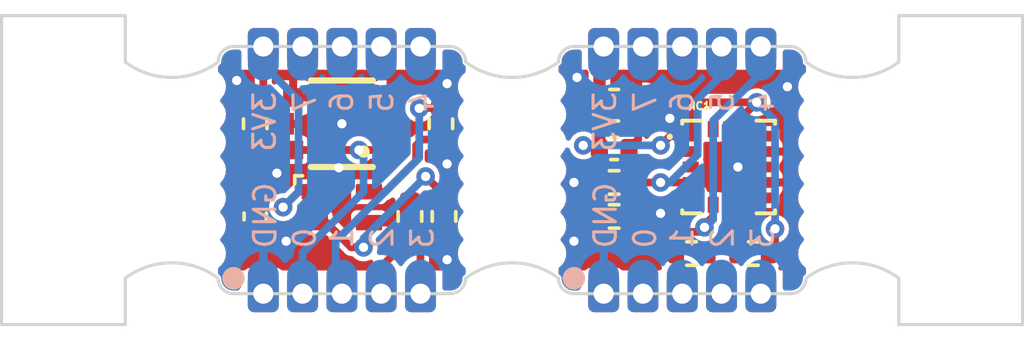
<source format=kicad_pcb>
(kicad_pcb (version 20211014) (generator pcbnew)
  (layers (0 "F.Cu" signal) (31 "B.Cu" signal) (34 "B.Paste" user) (35 "F.Paste" user) (36 "B.SilkS" user "B.Silkscreen") (37 "F.SilkS" user "F.Silkscreen") (38 "B.Mask" user) (39 "F.Mask" user) (44 "Edge.Cuts" user))
  (net 0 "")
  (net 1 "GNDA")
  (net 2 "/IO_0A")
  (net 3 "/VB")
  (net 4 "GNDB")
  (net 5 "/VA")
  (net 6 "Net-(D1-Pad2)")
  (net 7 "Net-(D1-Pad3)")
  (net 8 "Net-(D1-Pad4)")
  (net 11 "/IO_5B")
  (net 12 "/IO_1A")
  (net 13 "/IO_2A")
  (net 14 "/IO_3A")
  (net 15 "/IO_4A")
  (net 16 "/IO_5A")
  (net 17 "/IO_6A")
  (net 18 "/IO_7A")
  (net 19 "/IO_0B")
  (net 20 "/IO_1B")
  (net 21 "/IO_2B")
  (net 22 "/IO_3B")
  (net 23 "/IO_4B")
  (net 24 "/IO_6B")
  (net 25 "/IO_7B")
  (net 26 "Net-(IC1-Pad8)")
  (net 27 "Net-(IC1-Pad7)")
  (footprint "Capacitor_SMD:C_0402_1005Metric" (layer "F.Cu") (at 82.8 125.3)
    (fp_text reference "C3")
    (fp_text value "0.1uF")
    (fp_line (start -0.107836 0.36) (end 0.107836 0.36) (layer "F.SilkS") (width 0.12))
    (fp_line (start -0.107836 -0.36) (end 0.107836 -0.36) (layer "F.SilkS") (width 0.12))
    (pad "1" smd roundrect (at -0.48 0) (size 0.56 0.62) (layers "F.Cu" "F.Paste" "F.Mask") (net 3 "/VB"))
    (pad "2" smd roundrect (at 0.48 0) (size 0.56 0.62) (layers "F.Cu" "F.Paste" "F.Mask") (net 4 "GNDB"))
  )
  (footprint "Resistor_SMD:R_0402_1005Metric" (layer "F.Cu") (at 85.3 128.7)
    (fp_text reference "R8")
    (fp_text value "10k")
    (fp_line (start -0.153641 0.38) (end 0.153641 0.38) (layer "F.SilkS") (width 0.12))
    (fp_line (start -0.153641 -0.38) (end 0.153641 -0.38) (layer "F.SilkS") (width 0.12))
    (pad "1" smd roundrect (at -0.51 0) (size 0.54 0.64) (layers "F.Cu" "F.Paste" "F.Mask") (net 4 "GNDB"))
    (pad "2" smd roundrect (at 0.51 0) (size 0.54 0.64) (layers "F.Cu" "F.Paste" "F.Mask") (net 27 "Net-(IC1-Pad7)"))
  )
  (footprint "203-business-card:LED_APTF1616LSEEZGKQBKC" (layer "F.Cu") (at 74 127.2)
    (fp_text reference "D1" hide)
    (fp_text value "APTF1616LSEEZGKQBKC")
    (fp_line (start -1.524 -1.016) (end -1.27 -1.016) (layer "F.SilkS") (width 0.12))
    (fp_line (start -1.524 -0.762) (end -1.524 -1.016) (layer "F.SilkS") (width 0.12))
    (pad "1" smd roundrect (at -0.875 -0.5) (size 0.85 0.5) (layers "F.Cu" "F.Paste" "F.Mask") (roundrect_rratio 0.08) (net 5 "/VA"))
    (pad "2" smd roundrect (at 0.875 -0.5) (size 0.85 0.5) (layers "F.Cu" "F.Paste" "F.Mask") (roundrect_rratio 0.08) (net 6 "Net-(D1-Pad2)"))
    (pad "3" smd roundrect (at 0.875 0.5) (size 0.85 0.5) (layers "F.Cu" "F.Paste" "F.Mask") (roundrect_rratio 0.08) (net 7 "Net-(D1-Pad3)"))
    (pad "4" smd roundrect (at -0.875 0.5) (size 0.85 0.5) (layers "F.Cu" "F.Paste" "F.Mask") (roundrect_rratio 0.08) (net 8 "Net-(D1-Pad4)"))
  )
  (footprint "Resistor_SMD:R_0402_1005Metric" (layer "F.Cu") (at 76.2 127.5 90)
    (fp_text reference "R3")
    (fp_text value "330")
    (fp_line (start -0.153641 -0.38) (end 0.153641 -0.38) (layer "F.SilkS") (width 0.12))
    (fp_line (start -0.153641 0.38) (end 0.153641 0.38) (layer "F.SilkS") (width 0.12))
    (pad "1" smd roundrect (at -0.51 0 90) (size 0.54 0.64) (layers "F.Cu" "F.Paste" "F.Mask") (net 13 "/IO_2A"))
    (pad "2" smd roundrect (at 0.51 0 90) (size 0.54 0.64) (layers "F.Cu" "F.Paste" "F.Mask") (net 7 "Net-(D1-Pad3)"))
  )
  (footprint "Resistor_SMD:R_0402_1005Metric" (layer "F.Cu") (at 77.3 127.5 90)
    (fp_text reference "R4")
    (fp_text value "330")
    (fp_line (start -0.153641 0.38) (end 0.153641 0.38) (layer "F.SilkS") (width 0.12))
    (fp_line (start -0.153641 -0.38) (end 0.153641 -0.38) (layer "F.SilkS") (width 0.12))
    (pad "1" smd roundrect (at -0.51 0 90) (size 0.54 0.64) (layers "F.Cu" "F.Paste" "F.Mask") (net 14 "/IO_3A"))
    (pad "2" smd roundrect (at 0.51 0 90) (size 0.54 0.64) (layers "F.Cu" "F.Paste" "F.Mask") (net 8 "Net-(D1-Pad4)"))
  )
  (footprint "Resistor_SMD:R_0402_1005Metric" (layer "F.Cu") (at 77.2 124.5 -90)
    (fp_text reference "R2")
    (fp_text value "1k")
    (fp_line (start -0.153641 -0.38) (end 0.153641 -0.38) (layer "F.SilkS") (width 0.12))
    (fp_line (start -0.153641 0.38) (end 0.153641 0.38) (layer "F.SilkS") (width 0.12))
    (pad "1" smd roundrect (at -0.51 0 270) (size 0.54 0.64) (layers "F.Cu" "F.Paste" "F.Mask") (net 12 "/IO_1A"))
    (pad "2" smd roundrect (at 0.51 0 270) (size 0.54 0.64) (layers "F.Cu" "F.Paste" "F.Mask") (net 6 "Net-(D1-Pad2)"))
  )
  (footprint "203-business-card:LIS3DH" (layer "F.Cu") (at 86.5 125.9)
    (fp_text reference "IC1" (at -0.889108 -1.976639) (layer "F.SilkS") (effects (font (size 0.240029 0.240029))))
    (fp_text value "LIS3DH")
    (fp_line (start -1.5 1.4) (end -1.5 1.5) (layer "F.SilkS") (width 0.127))
    (fp_line (start -1.5 -1.5) (end -0.9 -1.5) (layer "F.SilkS") (width 0.127))
    (fp_line (start 1.5 1.5) (end 1.5 1.4) (layer "F.SilkS") (width 0.127))
    (fp_line (start -1.5 -1.4) (end -1.5 -1.5) (layer "F.SilkS") (width 0.127))
    (fp_line (start 0.9 -1.5) (end 1.5 -1.5) (layer "F.SilkS") (width 0.127))
    (fp_line (start -1.5 1.5) (end -0.9 1.5) (layer "F.SilkS") (width 0.127))
    (fp_line (start 0.9 1.5) (end 1.5 1.5) (layer "F.SilkS") (width 0.127))
    (fp_line (start 1.5 -1.5) (end 1.5 -1.4) (layer "F.SilkS") (width 0.127))
    (fp_circle (center -1.903 -0.98) (end -1.803 -0.98) (layer "F.SilkS") (width 0) (fill solid))
    (pad "1" smd rect (at -1.225 -1) (size 0.52 0.35) (layers "F.Cu" "F.Paste" "F.Mask") (net 3 "/VB"))
    (pad "2" smd rect (at -1.225 -0.5) (size 0.52 0.35) (layers "F.Cu" "F.Paste" "F.Mask"))
    (pad "3" smd rect (at -1.225 0) (size 0.52 0.35) (layers "F.Cu" "F.Paste" "F.Mask"))
    (pad "4" smd rect (at -1.225 0.5) (size 0.52 0.35) (layers "F.Cu" "F.Paste" "F.Mask") (net 11 "/IO_5B"))
    (pad "5" smd rect (at -1.225 1) (size 0.52 0.35) (layers "F.Cu" "F.Paste" "F.Mask") (net 4 "GNDB"))
    (pad "6" smd rect (at -0.5 1.225 90) (size 0.52 0.35) (layers "F.Cu" "F.Paste" "F.Mask") (net 23 "/IO_4B"))
    (pad "7" smd rect (at 0 1.225 90) (size 0.52 0.35) (layers "F.Cu" "F.Paste" "F.Mask") (net 27 "Net-(IC1-Pad7)"))
    (pad "8" smd rect (at 0.5 1.225 90) (size 0.52 0.35) (layers "F.Cu" "F.Paste" "F.Mask") (net 26 "Net-(IC1-Pad8)"))
    (pad "9" smd rect (at 1.225 1 180) (size 0.52 0.35) (layers "F.Cu" "F.Paste" "F.Mask"))
    (pad "10" smd rect (at 1.225 0.5 180) (size 0.52 0.35) (layers "F.Cu" "F.Paste" "F.Mask") (net 4 "GNDB"))
    (pad "11" smd rect (at 1.225 0 180) (size 0.52 0.35) (layers "F.Cu" "F.Paste" "F.Mask"))
    (pad "12" smd rect (at 1.225 -0.5 180) (size 0.52 0.35) (layers "F.Cu" "F.Paste" "F.Mask") (net 4 "GNDB"))
    (pad "13" smd rect (at 1.225 -1 180) (size 0.52 0.35) (layers "F.Cu" "F.Paste" "F.Mask"))
    (pad "14" smd rect (at 0.5 -1.225 90) (size 0.52 0.35) (layers "F.Cu" "F.Paste" "F.Mask") (net 3 "/VB"))
    (pad "15" smd rect (at 0 -1.225 90) (size 0.52 0.35) (layers "F.Cu" "F.Paste" "F.Mask"))
    (pad "16" smd rect (at -0.5 -1.225 90) (size 0.52 0.35) (layers "F.Cu" "F.Paste" "F.Mask"))
  )
  (footprint "204-pcb-wearable:STAMPHOLE" (layer "F.Cu") (at 89 130 90)
    (fp_text reference "REF**")
    (fp_text value "STAMPHOLE")
    (pad "" np_thru_hole circle locked (at 6.7 2.7 90) (size 0.6 0.6) (drill 0.6) (layers F&B.Cu *.Mask))
    (pad "" np_thru_hole circle locked (at 3.1 2.7 90) (size 0.6 0.6) (drill 0.6) (layers F&B.Cu *.Mask))
    (pad "" np_thru_hole circle locked (at 5.8 0.3 90) (size 0.6 0.6) (drill 0.6) (layers F&B.Cu *.Mask))
    (pad "" np_thru_hole circle locked (at 3.1 0.3 90) (size 0.6 0.6) (drill 0.6) (layers F&B.Cu *.Mask))
    (pad "" np_thru_hole circle locked (at 5.8 2.7 90) (size 0.6 0.6) (drill 0.6) (layers F&B.Cu *.Mask))
    (pad "" np_thru_hole circle locked (at 6.7 0.3 90) (size 0.6 0.6) (drill 0.6) (layers F&B.Cu *.Mask))
    (pad "" np_thru_hole circle locked (at 1.3 2.7 90) (size 0.6 0.6) (drill 0.6) (layers F&B.Cu *.Mask))
    (pad "" np_thru_hole circle locked (at 2.2 0.3 90) (size 0.6 0.6) (drill 0.6) (layers F&B.Cu *.Mask))
    (pad "" np_thru_hole circle locked (at 2.2 2.7 90) (size 0.6 0.6) (drill 0.6) (layers F&B.Cu *.Mask))
    (pad "" np_thru_hole circle locked (at 4 0.3 90) (size 0.6 0.6) (drill 0.6) (layers F&B.Cu *.Mask))
    (pad "" np_thru_hole circle locked (at 4.9 0.3 90) (size 0.6 0.6) (drill 0.6) (layers F&B.Cu *.Mask))
    (pad "" np_thru_hole circle locked (at 4.9 2.7 90) (size 0.6 0.6) (drill 0.6) (layers F&B.Cu *.Mask))
    (pad "" np_thru_hole circle locked (at 1.3 0.3 90) (size 0.6 0.6) (drill 0.6) (layers F&B.Cu *.Mask))
    (pad "" np_thru_hole circle locked (at 4 2.7 90) (size 0.6 0.6) (drill 0.6) (layers F&B.Cu *.Mask))
  )
  (footprint "Resistor_SMD:R_0402_1005Metric" (layer "F.Cu") (at 87.3 128.7)
    (fp_text reference "R6")
    (fp_text value "10k")
    (fp_line (start -0.153641 -0.38) (end 0.153641 -0.38) (layer "F.SilkS") (width 0.12))
    (fp_line (start -0.153641 0.38) (end 0.153641 0.38) (layer "F.SilkS") (width 0.12))
    (pad "1" smd roundrect (at -0.51 0) (size 0.54 0.64) (layers "F.Cu" "F.Paste" "F.Mask") (net 26 "Net-(IC1-Pad8)"))
    (pad "2" smd roundrect (at 0.51 0) (size 0.54 0.64) (layers "F.Cu" "F.Paste" "F.Mask") (net 3 "/VB"))
  )
  (footprint "203-business-card:hachi-8080-10pin-castle" (layer "F.Cu") (at 85 126 90)
    (fp_text reference "J2")
    (fp_text value "pin_0205_CCW")
    (fp_text user "4" (at 2.6 2.6 90 unlocked) (layer "B.SilkS") (effects (font (size 0.7 0.7) (thickness 0.1)) (justify left mirror)))
    (fp_text user "0" (at -2.6 -1.2 90 unlocked) (layer "B.SilkS") (effects (font (size 0.7 0.7) (thickness 0.1)) (justify right mirror)))
    (fp_text user "3V3" (at 2.6 -2.5 90 unlocked) (layer "B.SilkS") (effects (font (size 0.7 0.7) (thickness 0.1)) (justify left mirror)))
    (fp_text user "1" (at -2.6 0 90 unlocked) (layer "B.SilkS") (effects (font (size 0.7 0.7) (thickness 0.1)) (justify right mirror)))
    (fp_text user "GND" (at -2.6 -2.4796 90 unlocked) (layer "B.SilkS") (effects (font (size 0.7 0.7) (thickness 0.1)) (justify right mirror)))
    (fp_text user "2" (at -2.6 1.3 90 unlocked) (layer "B.SilkS") (effects (font (size 0.7 0.7) (thickness 0.1)) (justify right mirror)))
    (fp_text user "5" (at 2.6 1.3 90 unlocked) (layer "B.SilkS") (effects (font (size 0.7 0.7) (thickness 0.1)) (justify left mirror)))
    (fp_text user "3" (at -2.6 2.6 90 unlocked) (layer "B.SilkS") (effects (font (size 0.7 0.7) (thickness 0.1)) (justify right mirror)))
    (fp_text user "6" (at 2.6 0 90 unlocked) (layer "B.SilkS") (effects (font (size 0.7 0.7) (thickness 0.1)) (justify left mirror)))
    (fp_text user "7" (at 2.6 -1.2 90 unlocked) (layer "B.SilkS") (effects (font (size 0.7 0.7) (thickness 0.1)) (justify left mirror)))
    (fp_circle (center -3.5 -3.5) (end -3.2 -3.5) (layer "B.SilkS") (width 0.12) (fill solid))
    (fp_circle (center -3.5 -3.5) (end -3.2 -3.5) (layer "F.SilkS") (width 0.12) (fill solid))
    (pad "1" thru_hole roundrect (at -4 -2.54 90) (size 1.2 1) (drill 0.65) (property pad_prop_castellated) (layers *.Mask "F.Cu" "In1.Cu" "B.Cu") (roundrect_rratio 0.2) (chamfer_ratio 0.2) (chamfer) (net 4 "GNDB"))
    (pad "1" smd oval (at -4 -2.54 90) (size 1.6 1) (drill (offset 0.3 0)) (layers "B.Cu" "B.Mask") (net 4 "GNDB"))
    (pad "2" thru_hole roundrect (at -4 -1.27 90) (size 1.2 1) (drill 0.65) (property pad_prop_castellated) (layers *.Mask "F.Cu" "In1.Cu" "B.Cu") (roundrect_rratio 0.2) (chamfer_ratio 0.2) (chamfer) (net 19 "/IO_0B"))
    (pad "2" smd oval (at -4 -1.27 90) (size 1.6 1) (drill (offset 0.3 0)) (layers "B.Cu" "B.Mask") (net 19 "/IO_0B"))
    (pad "3" thru_hole roundrect (at -4 0 90) (size 1.2 1) (drill 0.65) (property pad_prop_castellated) (layers *.Mask "F.Cu" "In1.Cu" "B.Cu") (roundrect_rratio 0.2) (chamfer_ratio 0.2) (chamfer) (net 20 "/IO_1B"))
    (pad "3" smd oval (at -4 0 90) (size 1.6 1) (drill (offset 0.3 0)) (layers "B.Cu" "B.Mask") (net 20 "/IO_1B"))
    (pad "4" thru_hole roundrect (at -4 1.27 90) (size 1.2 1) (drill 0.65) (property pad_prop_castellated) (layers *.Cu *.Mask) (roundrect_rratio 0.2) (chamfer_ratio 0.2) (chamfer) (net 21 "/IO_2B"))
    (pad "4" smd oval (at -4 1.27 90) (size 1.6 1) (drill (offset 0.3 0)) (layers "B.Cu" "B.Mask") (net 21 "/IO_2B"))
    (pad "5" thru_hole roundrect (at -4 2.54 90) (size 1.2 1) (drill 0.65) (property pad_prop_castellated) (layers *.Cu *.Mask) (roundrect_rratio 0.2) (chamfer_ratio 0.2) (chamfer) (net 22 "/IO_3B"))
    (pad "5" smd oval (at -4 2.54 90) (size 1.6 1) (drill (offset 0.3 0)) (layers "B.Cu" "B.Mask") (net 22 "/IO_3B"))
    (pad "6" smd oval (at 3.4 2.54 90) (size 1.6 1) (drill (offset 0.3 0)) (layers "B.Cu" "B.Mask") (net 23 "/IO_4B"))
    (pad "6" thru_hole roundrect (at 4 2.54 90) (size 1.2 1) (drill 0.65) (property pad_prop_castellated) (layers *.Mask "F.Cu" "In1.Cu" "B.Cu") (roundrect_rratio 0.2) (chamfer_ratio 0.2) (chamfer) (net 23 "/IO_4B"))
    (pad "7" thru_hole roundrect (at 4 1.27 90) (size 1.2 1) (drill 0.65) (property pad_prop_castellated) (layers *.Mask "F.Cu" "In1.Cu" "B.Cu") (roundrect_rratio 0.2) (chamfer_ratio 0.2) (chamfer) (net 11 "/IO_5B"))
    (pad "7" smd oval (at 3.4 1.27 90) (size 1.6 1) (drill (offset 0.3 0)) (layers "B.Cu" "B.Mask") (net 11 "/IO_5B"))
    (pad "8" thru_hole roundrect (at 4 0 90) (size 1.2 1) (drill 0.65) (property pad_prop_castellated) (layers *.Mask "F.Cu" "In1.Cu" "B.Cu") (roundrect_rratio 0.2) (chamfer_ratio 0.2) (chamfer) (net 24 "/IO_6B"))
    (pad "8" smd oval (at 3.4 0 90) (size 1.6 1) (drill (offset 0.3 0)) (layers "B.Cu" "B.Mask") (net 24 "/IO_6B"))
    (pad "9" thru_hole roundrect (at 4 -1.27 90) (size 1.2 1) (drill 0.65) (property pad_prop_castellated) (layers *.Mask "F.Cu" "In1.Cu" "B.Cu") (roundrect_rratio 0.2) (chamfer_ratio 0.2) (chamfer) (net 25 "/IO_7B"))
    (pad "9" smd oval (at 3.4 -1.27 90) (size 1.6 1) (drill (offset 0.3 0)) (layers "B.Cu" "B.Mask") (net 25 "/IO_7B"))
    (pad "10" thru_hole roundrect (at 4 -2.54 90) (size 1.2 1) (drill 0.65) (property pad_prop_castellated) (layers *.Cu *.Mask) (roundrect_rratio 0.2) (chamfer_ratio 0.2) (chamfer) (net 3 "/VB"))
    (pad "10" smd oval (at 3.4 -2.54 90) (size 1.6 1) (drill (offset 0.3 0)) (layers "B.Cu" "B.Mask") (net 3 "/VB"))
  )
  (footprint "204-pcb-wearable:STAMPHOLE" (layer "F.Cu") (at 78 130 90)
    (fp_text reference "REF**")
    (fp_text value "STAMPHOLE")
    (pad "" np_thru_hole circle locked (at 4 2.7 90) (size 0.6 0.6) (drill 0.6) (layers *.Cu *.Mask))
    (pad "" np_thru_hole circle locked (at 3.1 0.3 90) (size 0.6 0.6) (drill 0.6) (layers *.Cu *.Mask))
    (pad "" np_thru_hole circle locked (at 6.7 2.7 90) (size 0.6 0.6) (drill 0.6) (layers *.Cu *.Mask))
    (pad "" np_thru_hole circle locked (at 1.3 2.7 90) (size 0.6 0.6) (drill 0.6) (layers *.Cu *.Mask))
    (pad "" np_thru_hole circle locked (at 5.8 2.7 90) (size 0.6 0.6) (drill 0.6) (layers *.Cu *.Mask))
    (pad "" np_thru_hole circle locked (at 4.9 2.7 90) (size 0.6 0.6) (drill 0.6) (layers *.Cu *.Mask))
    (pad "" np_thru_hole circle locked (at 3.1 2.7 90) (size 0.6 0.6) (drill 0.6) (layers *.Cu *.Mask))
    (pad "" np_thru_hole circle locked (at 4 0.3 90) (size 0.6 0.6) (drill 0.6) (layers *.Cu *.Mask))
    (pad "" np_thru_hole circle locked (at 6.7 0.3 90) (size 0.6 0.6) (drill 0.6) (layers *.Cu *.Mask))
    (pad "" np_thru_hole circle locked (at 4.9 0.3 90) (size 0.6 0.6) (drill 0.6) (layers *.Cu *.Mask))
    (pad "" np_thru_hole circle locked (at 1.3 0.3 90) (size 0.6 0.6) (drill 0.6) (layers *.Cu *.Mask))
    (pad "" np_thru_hole circle locked (at 2.2 0.3 90) (size 0.6 0.6) (drill 0.6) (layers *.Cu *.Mask))
    (pad "" np_thru_hole circle locked (at 2.2 2.7 90) (size 0.6 0.6) (drill 0.6) (layers *.Cu *.Mask))
    (pad "" np_thru_hole circle locked (at 5.8 0.3 90) (size 0.6 0.6) (drill 0.6) (layers *.Cu *.Mask))
  )
  (footprint "Resistor_SMD:R_0402_1005Metric" (layer "F.Cu") (at 82.8 126.4)
    (fp_text reference "R7")
    (fp_text value "10k")
    (fp_line (start -0.153641 -0.38) (end 0.153641 -0.38) (layer "F.SilkS") (width 0.12))
    (fp_line (start -0.153641 0.38) (end 0.153641 0.38) (layer "F.SilkS") (width 0.12))
    (pad "1" smd roundrect (at -0.51 0) (size 0.54 0.64) (layers "F.Cu" "F.Paste" "F.Mask") (net 3 "/VB"))
    (pad "2" smd roundrect (at 0.51 0) (size 0.54 0.64) (layers "F.Cu" "F.Paste" "F.Mask") (net 11 "/IO_5B"))
  )
  (footprint "204-pcb-wearable:STAMPHOLE" (layer "F.Cu") (at 67 130 90)
    (fp_text reference "REF**")
    (fp_text value "STAMPHOLE")
    (pad "" np_thru_hole circle locked (at 5.8 2.7 90) (size 0.6 0.6) (drill 0.6) (layers F&B.Cu *.Mask))
    (pad "" np_thru_hole circle locked (at 6.7 2.7 90) (size 0.6 0.6) (drill 0.6) (layers F&B.Cu *.Mask))
    (pad "" np_thru_hole circle locked (at 4.9 0.3 90) (size 0.6 0.6) (drill 0.6) (layers F&B.Cu *.Mask))
    (pad "" np_thru_hole circle locked (at 3.1 0.3 90) (size 0.6 0.6) (drill 0.6) (layers F&B.Cu *.Mask))
    (pad "" np_thru_hole circle locked (at 1.3 2.7 90) (size 0.6 0.6) (drill 0.6) (layers F&B.Cu *.Mask))
    (pad "" np_thru_hole circle locked (at 3.1 2.7 90) (size 0.6 0.6) (drill 0.6) (layers F&B.Cu *.Mask))
    (pad "" np_thru_hole circle locked (at 2.2 2.7 90) (size 0.6 0.6) (drill 0.6) (layers F&B.Cu *.Mask))
    (pad "" np_thru_hole circle locked (at 6.7 0.3 90) (size 0.6 0.6) (drill 0.6) (layers F&B.Cu *.Mask))
    (pad "" np_thru_hole circle locked (at 5.8 0.3 90) (size 0.6 0.6) (drill 0.6) (layers F&B.Cu *.Mask))
    (pad "" np_thru_hole circle locked (at 4 2.7 90) (size 0.6 0.6) (drill 0.6) (layers F&B.Cu *.Mask))
    (pad "" np_thru_hole circle locked (at 4 0.3 90) (size 0.6 0.6) (drill 0.6) (layers F&B.Cu *.Mask))
    (pad "" np_thru_hole circle locked (at 4.9 2.7 90) (size 0.6 0.6) (drill 0.6) (layers F&B.Cu *.Mask))
    (pad "" np_thru_hole circle locked (at 2.2 0.3 90) (size 0.6 0.6) (drill 0.6) (layers F&B.Cu *.Mask))
    (pad "" np_thru_hole circle locked (at 1.3 0.3 90) (size 0.6 0.6) (drill 0.6) (layers F&B.Cu *.Mask))
  )
  (footprint "203-business-card:435151014846" (layer "F.Cu") (at 74 124.5 180)
    (fp_text reference "SW1")
    (fp_text value "435151014846-SW")
    (fp_line (start -1 -1.4) (end 1 -1.4) (layer "F.SilkS") (width 0.2))
    (fp_line (start -1 1.4) (end 1 1.4) (layer "F.SilkS") (width 0.2))
    (fp_circle (center -0.7 -0.9) (end -0.6 -0.9) (layer "F.SilkS") (width 0.2) (fill none))
    (pad "1" smd rect (at -1.575 -0.85 180) (size 0.65 0.6) (layers "F.Cu" "F.Paste" "F.Mask") (net 2 "/IO_0A"))
    (pad "2" smd rect (at 1.575 -0.85 180) (size 0.65 0.6) (layers "F.Cu" "F.Paste" "F.Mask") (net 2 "/IO_0A"))
    (pad "3" smd rect (at -1.575 0.85 180) (size 0.65 0.6) (layers "F.Cu" "F.Paste" "F.Mask") (net 1 "GNDA"))
    (pad "4" smd rect (at 1.575 0.85 180) (size 0.65 0.6) (layers "F.Cu" "F.Paste" "F.Mask") (net 1 "GNDA"))
    (pad "5" smd rect (at -1.725 0 180) (size 0.35 0.7) (layers "F.Cu" "F.Paste" "F.Mask") (net 1 "GNDA"))
    (pad "6" smd rect (at 1.725 0 180) (size 0.35 0.7) (layers "F.Cu" "F.Paste" "F.Mask") (net 1 "GNDA"))
  )
  (footprint "Resistor_SMD:R_0402_1005Metric" (layer "F.Cu") (at 82.8 127.5)
    (fp_text reference "R5")
    (fp_text value "10k")
    (fp_line (start -0.153641 0.38) (end 0.153641 0.38) (layer "F.SilkS") (width 0.12))
    (fp_line (start -0.153641 -0.38) (end 0.153641 -0.38) (layer "F.SilkS") (width 0.12))
    (pad "1" smd roundrect (at -0.51 0) (size 0.54 0.64) (layers "F.Cu" "F.Paste" "F.Mask") (net 3 "/VB"))
    (pad "2" smd roundrect (at 0.51 0) (size 0.54 0.64) (layers "F.Cu" "F.Paste" "F.Mask") (net 23 "/IO_4B"))
  )
  (footprint "Resistor_SMD:R_0402_1005Metric" (layer "F.Cu") (at 71.2 124.5 -90)
    (fp_text reference "R1")
    (fp_text value "10k")
    (fp_line (start -0.153641 -0.38) (end 0.153641 -0.38) (layer "F.SilkS") (width 0.12))
    (fp_line (start -0.153641 0.38) (end 0.153641 0.38) (layer "F.SilkS") (width 0.12))
    (pad "1" smd roundrect (at -0.51 0 270) (size 0.54 0.64) (layers "F.Cu" "F.Paste" "F.Mask") (net 5 "/VA"))
    (pad "2" smd roundrect (at 0.51 0 270) (size 0.54 0.64) (layers "F.Cu" "F.Paste" "F.Mask") (net 2 "/IO_0A"))
  )
  (footprint "Capacitor_SMD:C_0402_1005Metric" (layer "F.Cu") (at 71.2 127.5 90)
    (fp_text reference "C1")
    (fp_text value "0.1uF")
    (fp_line (start -0.107836 0.36) (end 0.107836 0.36) (layer "F.SilkS") (width 0.12))
    (fp_line (start -0.107836 -0.36) (end 0.107836 -0.36) (layer "F.SilkS") (width 0.12))
    (pad "1" smd roundrect (at -0.48 0 90) (size 0.56 0.62) (layers "F.Cu" "F.Paste" "F.Mask") (net 1 "GNDA"))
    (pad "2" smd roundrect (at 0.48 0 90) (size 0.56 0.62) (layers "F.Cu" "F.Paste" "F.Mask") (net 2 "/IO_0A"))
  )
  (footprint "203-business-card:hachi-8080-10pin-castle" (layer "F.Cu") (at 74 126 90)
    (fp_text reference "J1")
    (fp_text value "pin_0205_CCW")
    (fp_text user "GND" (at -2.6 -2.4796 90 unlocked) (layer "B.SilkS") (effects (font (size 0.7 0.7) (thickness 0.1)) (justify right mirror)))
    (fp_text user "0" (at -2.6 -1.2 90 unlocked) (layer "B.SilkS") (effects (font (size 0.7 0.7) (thickness 0.1)) (justify right mirror)))
    (fp_text user "3" (at -2.6 2.6 90 unlocked) (layer "B.SilkS") (effects (font (size 0.7 0.7) (thickness 0.1)) (justify right mirror)))
    (fp_text user "3V3" (at 2.6 -2.5 90 unlocked) (layer "B.SilkS") (effects (font (size 0.7 0.7) (thickness 0.1)) (justify left mirror)))
    (fp_text user "1" (at -2.6 0 90 unlocked) (layer "B.SilkS") (effects (font (size 0.7 0.7) (thickness 0.1)) (justify right mirror)))
    (fp_text user "4" (at 2.6 2.6 90 unlocked) (layer "B.SilkS") (effects (font (size 0.7 0.7) (thickness 0.1)) (justify left mirror)))
    (fp_text user "7" (at 2.6 -1.2 90 unlocked) (layer "B.SilkS") (effects (font (size 0.7 0.7) (thickness 0.1)) (justify left mirror)))
    (fp_text user "6" (at 2.6 0 90 unlocked) (layer "B.SilkS") (effects (font (size 0.7 0.7) (thickness 0.1)) (justify left mirror)))
    (fp_text user "2" (at -2.6 1.3 90 unlocked) (layer "B.SilkS") (effects (font (size 0.7 0.7) (thickness 0.1)) (justify right mirror)))
    (fp_text user "5" (at 2.6 1.3 90 unlocked) (layer "B.SilkS") (effects (font (size 0.7 0.7) (thickness 0.1)) (justify left mirror)))
    (fp_circle (center -3.5 -3.5) (end -3.2 -3.5) (layer "B.SilkS") (width 0.12) (fill solid))
    (fp_circle (center -3.5 -3.5) (end -3.2 -3.5) (layer "F.SilkS") (width 0.12) (fill solid))
    (pad "1" smd oval (at -4 -2.54 90) (size 1.6 1) (drill (offset 0.3 0)) (layers "B.Cu" "B.Mask") (net 1 "GNDA"))
    (pad "1" thru_hole roundrect (at -4 -2.54 90) (size 1.2 1) (drill 0.65) (property pad_prop_castellated) (layers *.Mask "F.Cu" "In1.Cu" "B.Cu") (roundrect_rratio 0.2) (chamfer_ratio 0.2) (chamfer) (net 1 "GNDA"))
    (pad "2" thru_hole roundrect (at -4 -1.27 90) (size 1.2 1) (drill 0.65) (property pad_prop_castellated) (layers *.Mask "F.Cu" "In1.Cu" "B.Cu") (roundrect_rratio 0.2) (chamfer_ratio 0.2) (chamfer) (net 2 "/IO_0A"))
    (pad "2" smd oval (at -4 -1.27 90) (size 1.6 1) (drill (offset 0.3 0)) (layers "B.Cu" "B.Mask") (net 2 "/IO_0A"))
    (pad "3" thru_hole roundrect (at -4 0 90) (size 1.2 1) (drill 0.65) (property pad_prop_castellated) (layers *.Mask "F.Cu" "In1.Cu" "B.Cu") (roundrect_rratio 0.2) (chamfer_ratio 0.2) (chamfer) (net 12 "/IO_1A"))
    (pad "3" smd oval (at -4 0 90) (size 1.6 1) (drill (offset 0.3 0)) (layers "B.Cu" "B.Mask") (net 12 "/IO_1A"))
    (pad "4" thru_hole roundrect (at -4 1.27 90) (size 1.2 1) (drill 0.65) (property pad_prop_castellated) (layers *.Cu *.Mask) (roundrect_rratio 0.2) (chamfer_ratio 0.2) (chamfer) (net 13 "/IO_2A"))
    (pad "4" smd oval (at -4 1.27 90) (size 1.6 1) (drill (offset 0.3 0)) (layers "B.Cu" "B.Mask") (net 13 "/IO_2A"))
    (pad "5" thru_hole roundrect (at -4 2.54 90) (size 1.2 1) (drill 0.65) (property pad_prop_castellated) (layers *.Cu *.Mask) (roundrect_rratio 0.2) (chamfer_ratio 0.2) (chamfer) (net 14 "/IO_3A"))
    (pad "5" smd oval (at -4 2.54 90) (size 1.6 1) (drill (offset 0.3 0)) (layers "B.Cu" "B.Mask") (net 14 "/IO_3A"))
    (pad "6" smd oval (at 3.4 2.54 90) (size 1.6 1) (drill (offset 0.3 0)) (layers "B.Cu" "B.Mask") (net 15 "/IO_4A"))
    (pad "6" thru_hole roundrect (at 4 2.54 90) (size 1.2 1) (drill 0.65) (property pad_prop_castellated) (layers *.Mask "F.Cu" "In1.Cu" "B.Cu") (roundrect_rratio 0.2) (chamfer_ratio 0.2) (chamfer) (net 15 "/IO_4A"))
    (pad "7" smd oval (at 3.4 1.27 90) (size 1.6 1) (drill (offset 0.3 0)) (layers "B.Cu" "B.Mask") (net 16 "/IO_5A"))
    (pad "7" thru_hole roundrect (at 4 1.27 90) (size 1.2 1) (drill 0.65) (property pad_prop_castellated) (layers *.Mask "F.Cu" "In1.Cu" "B.Cu") (roundrect_rratio 0.2) (chamfer_ratio 0.2) (chamfer) (net 16 "/IO_5A"))
    (pad "8" smd oval (at 3.4 0 90) (size 1.6 1) (drill (offset 0.3 0)) (layers "B.Cu" "B.Mask") (net 17 "/IO_6A"))
    (pad "8" thru_hole roundrect (at 4 0 90) (size 1.2 1) (drill 0.65) (property pad_prop_castellated) (layers *.Mask "F.Cu" "In1.Cu" "B.Cu") (roundrect_rratio 0.2) (chamfer_ratio 0.2) (chamfer) (net 17 "/IO_6A"))
    (pad "9" thru_hole roundrect (at 4 -1.27 90) (size 1.2 1) (drill 0.65) (property pad_prop_castellated) (layers *.Mask "F.Cu" "In1.Cu" "B.Cu") (roundrect_rratio 0.2) (chamfer_ratio 0.2) (chamfer) (net 18 "/IO_7A"))
    (pad "9" smd oval (at 3.4 -1.27 90) (size 1.6 1) (drill (offset 0.3 0)) (layers "B.Cu" "B.Mask") (net 18 "/IO_7A"))
    (pad "10" thru_hole roundrect (at 4 -2.54 90) (size 1.2 1) (drill 0.65) (property pad_prop_castellated) (layers *.Cu *.Mask) (roundrect_rratio 0.2) (chamfer_ratio 0.2) (chamfer) (net 5 "/VA"))
    (pad "10" smd oval (at 3.4 -2.54 90) (size 1.6 1) (drill (offset 0.3 0)) (layers "B.Cu" "B.Mask") (net 5 "/VA"))
  )
  (footprint "Capacitor_SMD:C_0603_1608Metric" (layer "F.Cu") (at 82.8 123.9)
    (fp_text reference "C2")
    (fp_text value "10uF")
    (fp_line (start -0.14058 -0.51) (end 0.14058 -0.51) (layer "F.SilkS") (width 0.12))
    (fp_line (start -0.14058 0.51) (end 0.14058 0.51) (layer "F.SilkS") (width 0.12))
    (pad "1" smd roundrect (at -0.775 0) (size 0.9 0.95) (layers "F.Cu" "F.Paste" "F.Mask") (net 3 "/VB"))
    (pad "2" smd roundrect (at 0.775 0) (size 0.9 0.95) (layers "F.Cu" "F.Paste" "F.Mask") (net 4 "GNDB"))
  )
  (gr_line (start 70.5 130) (end 77.5 130) (layer "Edge.Cuts") (width 0.1))
  (gr_arc (start 78 129.5) (mid 77.853553 129.853553) (end 77.5 130) (layer "Edge.Cuts") (width 0.1))
  (gr_line (start 88.5 122) (end 81.5 122) (layer "Edge.Cuts") (width 0.1))
  (gr_arc (start 89 129.5) (mid 88.853553 129.853553) (end 88.5 130) (layer "Edge.Cuts") (width 0.1))
  (gr_line (start 96 121) (end 96 131) (layer "Edge.Cuts") (width 0.1))
  (gr_arc (start 70.5 130) (mid 70.146447 129.853553) (end 70 129.5) (layer "Edge.Cuts") (width 0.1))
  (gr_arc (start 67 129.5) (mid 68.5 129) (end 70 129.5) (layer "Edge.Cuts") (width 0.1))
  (gr_arc (start 81 122.5) (mid 79.5 123) (end 78 122.5) (layer "Edge.Cuts") (width 0.1))
  (gr_arc (start 81.5 130) (mid 81.146447 129.853553) (end 81 129.5) (layer "Edge.Cuts") (width 0.1))
  (gr_line (start 67 129.5) (end 67 131) (layer "Edge.Cuts") (width 0.1))
  (gr_arc (start 70 122.5) (mid 70.146447 122.146447) (end 70.5 122) (layer "Edge.Cuts") (width 0.1))
  (gr_line (start 63 131) (end 63 121) (layer "Edge.Cuts") (width 0.1))
  (gr_line (start 63 121) (end 67 121) (layer "Edge.Cuts") (width 0.1))
  (gr_line (start 92 122.5) (end 92 121) (layer "Edge.Cuts") (width 0.1))
  (gr_line (start 81.5 130) (end 88.5 130) (layer "Edge.Cuts") (width 0.1))
  (gr_arc (start 88.5 122) (mid 88.853553 122.146447) (end 89 122.5) (layer "Edge.Cuts") (width 0.1))
  (gr_arc (start 78 129.5) (mid 79.5 129) (end 81 129.5) (layer "Edge.Cuts") (width 0.1))
  (gr_line (start 96 131) (end 92 131) (layer "Edge.Cuts") (width 0.1))
  (gr_line (start 63 131) (end 67 131) (layer "Edge.Cuts") (width 0.1))
  (gr_arc (start 70 122.5) (mid 68.5 123) (end 67 122.5) (layer "Edge.Cuts") (width 0.1))
  (gr_line (start 96 121) (end 92 121) (layer "Edge.Cuts") (width 0.1))
  (gr_arc (start 81 122.5) (mid 81.146447 122.146447) (end 81.5 122) (layer "Edge.Cuts") (width 0.1))
  (gr_arc (start 92 122.5) (mid 90.5 123) (end 89 122.5) (layer "Edge.Cuts") (width 0.1))
  (gr_arc (start 77.5 122) (mid 77.853553 122.146447) (end 78 122.5) (layer "Edge.Cuts") (width 0.1))
  (gr_line (start 77.5 122) (end 70.5 122) (layer "Edge.Cuts") (width 0.1))
  (gr_line (start 92 131) (end 92 129.5) (layer "Edge.Cuts") (width 0.1))
  (gr_arc (start 89 129.5) (mid 90.5 129) (end 92 129.5) (layer "Edge.Cuts") (width 0.1))
  (gr_line (start 67 121) (end 67 122.5) (layer "Edge.Cuts") (width 0.1))
  (via (at 77.4 123.2) (size 0.6) (drill 0.3) (layers "F.Cu" "B.Cu") (net 1))
  (via (at 77.4 128.9) (size 0.6) (drill 0.3) (layers "F.Cu" "B.Cu") (net 1))
  (via (at 77.4 125.8) (size 0.6) (drill 0.3) (layers "F.Cu" "B.Cu") (net 1))
  (via (at 74 124.5) (size 0.6) (drill 0.3) (layers "F.Cu" "B.Cu") (net 1))
  (via (at 70.6 123.1) (size 0.6) (drill 0.3) (layers "F.Cu" "B.Cu") (net 1))
  (via (at 73.9 125.9245) (size 0.6) (drill 0.3) (layers "F.Cu" "B.Cu") (net 1))
  (via (at 72.2 128.3) (size 0.6) (drill 0.3) (layers "F.Cu" "B.Cu") (net 1))
  (via (at 71.9 126.1) (size 0.6) (drill 0.3) (layers "F.Cu" "B.Cu") (net 1))
  (segment (start 71.2 125.3) (end 71.2 127.02) (width 0.25) (layer "F.Cu") (net 2))
  (segment (start 72.425 125.35) (end 72.25 125.525) (width 0.25) (layer "F.Cu") (net 2))
  (segment (start 71.2 125.01) (end 71.2 125.3) (width 0.25) (layer "F.Cu") (net 2))
  (segment (start 73.65 125.35) (end 72.425 125.35) (width 0.25) (layer "F.Cu") (net 2))
  (segment (start 71.2 125.525) (end 71.2 125.3) (width 0.25) (layer "F.Cu") (net 2))
  (segment (start 75.575 125.35) (end 73.65 125.35) (width 0.25) (layer "F.Cu") (net 2))
  (segment (start 74.55 125.35) (end 73.65 125.35) (width 0.25) (layer "F.Cu") (net 2))
  (segment (start 72.25 125.525) (end 71.2 125.525) (width 0.25) (layer "F.Cu") (net 2))
  (via (at 74.55 125.35) (size 0.6) (drill 0.3) (layers "F.Cu" "B.Cu") (net 2))
  (segment (start 74.55 125.35) (end 74.7 125.5) (width 0.25) (layer "B.Cu") (net 2))
  (segment (start 74.7 126.7) (end 72.73 128.67) (width 0.25) (layer "B.Cu") (net 2))
  (segment (start 72.73 128.67) (end 72.73 130) (width 0.25) (layer "B.Cu") (net 2))
  (segment (start 74.7 125.5) (end 74.7 126.7) (width 0.25) (layer "B.Cu") (net 2))
  (segment (start 82.29 125.33) (end 82.32 125.3) (width 0.4) (layer "F.Cu") (net 3))
  (segment (start 87.406233 123.806233) (end 85.693767 123.806233) (width 0.25) (layer "F.Cu") (net 3))
  (segment (start 82.29 127.5) (end 82.29 126.4) (width 0.4) (layer "F.Cu") (net 3))
  (segment (start 84.6 124.9) (end 85.275 124.9) (width 0.25) (layer "F.Cu") (net 3))
  (segment (start 82.22 125.2) (end 82.32 125.3) (width 0.25) (layer "F.Cu") (net 3))
  (segment (start 87.406233 123.806233) (end 87 124.212466) (width 0.25) (layer "F.Cu") (net 3))
  (segment (start 82.29 126.4) (end 82.29 125.33) (width 0.4) (layer "F.Cu") (net 3))
  (segment (start 88 128.51) (end 87.81 128.7) (width 0.25) (layer "F.Cu") (net 3))
  (segment (start 85.693767 123.806233) (end 85.275 124.225) (width 0.25) (layer "F.Cu") (net 3))
  (segment (start 84.3 125.2) (end 84.6 124.9) (width 0.25) (layer "F.Cu") (net 3))
  (segment (start 81.8 125.2) (end 82.22 125.2) (width 0.25) (layer "F.Cu") (net 3))
  (segment (start 82.325 122.135) (end 82.46 122) (width 0.4) (layer "F.Cu") (net 3))
  (segment (start 88 127.9) (end 88 128.51) (width 0.25) (layer "F.Cu") (net 3))
  (segment (start 85.275 124.225) (end 85.275 124.9) (width 0.25) (layer "F.Cu") (net 3))
  (segment (start 82.32 124.195) (end 82.025 123.9) (width 0.4) (layer "F.Cu") (net 3))
  (segment (start 87 124.212466) (end 87 124.675) (width 0.25) (layer "F.Cu") (net 3))
  (segment (start 82.325 123.9) (end 82.325 122.135) (width 0.4) (layer "F.Cu") (net 3))
  (segment (start 82.32 125.3) (end 82.32 124.195) (width 0.4) (layer "F.Cu") (net 3))
  (via (at 84.3 125.2) (size 0.6) (drill 0.3) (layers "F.Cu" "B.Cu") (net 3))
  (via (at 81.8 125.2) (size 0.6) (drill 0.3) (layers "F.Cu" "B.Cu") (net 3))
  (via (at 88 127.9) (size 0.6) (drill 0.3) (layers "F.Cu" "B.Cu") (net 3))
  (via (at 87.406233 123.806233) (size 0.6) (drill 0.3) (layers "F.Cu" "B.Cu") (net 3))
  (segment (start 84.3 125.2) (end 81.8 125.2) (width 0.25) (layer "B.Cu") (net 3))
  (segment (start 87.406233 123.806233) (end 88 124.4) (width 0.25) (layer "B.Cu") (net 3))
  (segment (start 88 124.4) (end 88 127.9) (width 0.25) (layer "B.Cu") (net 3))
  (segment (start 88.3 126.4) (end 87.725 126.4) (width 0.25) (layer "F.Cu") (net 4))
  (segment (start 83.575 125.005) (end 83.28 125.3) (width 0.25) (layer "F.Cu") (net 4))
  (segment (start 83.575 123.9) (end 83.575 125.005) (width 0.25) (layer "F.Cu") (net 4))
  (segment (start 88.4 125.49) (end 88.4 126.3) (width 0.25) (layer "F.Cu") (net 4))
  (segment (start 87.725 125.4) (end 88.31 125.4) (width 0.25) (layer "F.Cu") (net 4))
  (segment (start 88.31 125.4) (end 88.4 125.49) (width 0.25) (layer "F.Cu") (net 4))
  (segment (start 88.4 126.3) (end 88.3 126.4) (width 0.25) (layer "F.Cu") (net 4))
  (via (at 84.3 127.4) (size 0.6) (drill 0.3) (layers "F.Cu" "B.Cu") (net 4))
  (via (at 86.8 125.9) (size 0.6) (drill 0.3) (layers "F.Cu" "B.Cu") (net 4))
  (via (at 81.5 126.4) (size 0.6) (drill 0.3) (layers "F.Cu" "B.Cu") (net 4))
  (via (at 81.599068 123.000434) (size 0.6) (drill 0.3) (layers "F.Cu" "B.Cu") (net 4))
  (via (at 84.6 124.3255) (size 0.6) (drill 0.3) (layers "F.Cu" "B.Cu") (net 4))
  (via (at 88.4 123.3) (size 0.6) (drill 0.3) (layers "F.Cu" "B.Cu") (net 4))
  (via (at 81.5 128.3) (size 0.6) (drill 0.3) (layers "F.Cu" "B.Cu") (net 4))
  (segment (start 72.1 127.2) (end 72.6 126.7) (width 0.25) (layer "F.Cu") (net 5))
  (segment (start 72.6 126.7) (end 73.125 126.7) (width 0.25) (layer "F.Cu") (net 5))
  (segment (start 71.46 123.54) (end 71.46 122) (width 0.25) (layer "F.Cu") (net 5))
  (segment (start 71.2 123.8) (end 71.46 123.54) (width 0.25) (layer "F.Cu") (net 5))
  (segment (start 71.2 123.99) (end 71.2 123.8) (width 0.25) (layer "F.Cu") (net 5))
  (via (at 72.1 127.2) (size 0.6) (drill 0.3) (layers "F.Cu" "B.Cu") (net 5))
  (segment (start 72.1 127.2) (end 72.6 126.7) (width 0.25) (layer "B.Cu") (net 5))
  (segment (start 72.6 126.7) (end 72.6 123.74) (width 0.25) (layer "B.Cu") (net 5))
  (segment (start 72.6 123.74) (end 71.46 122.6) (width 0.25) (layer "B.Cu") (net 5))
  (segment (start 76.59 125.01) (end 77.2 125.01) (width 0.25) (layer "F.Cu") (net 6))
  (segment (start 76.4 125.2) (end 76.59 125.01) (width 0.25) (layer "F.Cu") (net 6))
  (segment (start 74.875 126.7) (end 75.4 126.7) (width 0.25) (layer "F.Cu") (net 6))
  (segment (start 75.4 126.7) (end 76.4 125.7) (width 0.25) (layer "F.Cu") (net 6))
  (segment (start 76.4 125.7) (end 76.4 125.2) (width 0.25) (layer "F.Cu") (net 6))
  (segment (start 76.2 126.99) (end 75.49 127.7) (width 0.25) (layer "F.Cu") (net 7))
  (segment (start 75.49 127.7) (end 74.875 127.7) (width 0.25) (layer "F.Cu") (net 7))
  (segment (start 74.7 128.5) (end 74.3 128.5) (width 0.25) (layer "F.Cu") (net 8))
  (segment (start 76.706233 126.206233) (end 77.3 126.8) (width 0.25) (layer "F.Cu") (net 8))
  (segment (start 77.3 126.8) (end 77.3 126.99) (width 0.25) (layer "F.Cu") (net 8))
  (segment (start 74.3 128.5) (end 73.5 127.7) (width 0.25) (layer "F.Cu") (net 8))
  (segment (start 73.5 127.7) (end 73.125 127.7) (width 0.25) (layer "F.Cu") (net 8))
  (via (at 74.7 128.5) (size 0.6) (drill 0.3) (layers "F.Cu" "B.Cu") (net 8))
  (via (at 76.706233 126.206233) (size 0.6) (drill 0.3) (layers "F.Cu" "B.Cu") (net 8))
  (segment (start 76.706233 126.206233) (end 74.7 128.212466) (width 0.25) (layer "B.Cu") (net 8))
  (segment (start 74.7 128.212466) (end 74.7 128.5) (width 0.25) (layer "B.Cu") (net 8))
  (segment (start 85.275 126.4) (end 83.31 126.4) (width 0.25) (layer "F.Cu") (net 11))
  (via (at 84.3 126.4) (size 0.6) (drill 0.3) (layers "F.Cu" "B.Cu") (net 11))
  (segment (start 84.6 126.4) (end 85.5 125.5) (width 0.25) (layer "B.Cu") (net 11))
  (segment (start 85.5 123.7) (end 86.27 122.93) (width 0.25) (layer "B.Cu") (net 11))
  (segment (start 84.3 126.4) (end 84.6 126.4) (width 0.25) (layer "B.Cu") (net 11))
  (segment (start 85.5 125.5) (end 85.5 123.7) (width 0.25) (layer "B.Cu") (net 11))
  (segment (start 86.27 122.93) (end 86.27 122.6) (width 0.25) (layer "B.Cu") (net 11))
  (segment (start 77.2 123.99) (end 76.51 123.99) (width 0.25) (layer "F.Cu") (net 12))
  (segment (start 76.51 123.99) (end 76.5 124) (width 0.25) (layer "F.Cu") (net 12))
  (via (at 76.5 124) (size 0.6) (drill 0.3) (layers "F.Cu" "B.Cu") (net 12))
  (segment (start 76.5 124) (end 76.5 125.6) (width 0.25) (layer "B.Cu") (net 12))
  (segment (start 73.8 128.3) (end 73.8 129.8) (width 0.25) (layer "B.Cu") (net 12))
  (segment (start 76.5 125.6) (end 73.8 128.3) (width 0.25) (layer "B.Cu") (net 12))
  (segment (start 73.8 129.8) (end 74 130) (width 0.25) (layer "B.Cu") (net 12))
  (segment (start 75.27 129.13) (end 75.27 130) (width 0.25) (layer "F.Cu") (net 13))
  (segment (start 76.2 128.2) (end 75.27 129.13) (width 0.25) (layer "F.Cu") (net 13))
  (segment (start 76.2 128.01) (end 76.2 128.2) (width 0.25) (layer "F.Cu") (net 13))
  (segment (start 76.54 128.66) (end 76.54 130) (width 0.25) (layer "F.Cu") (net 14))
  (segment (start 77.19 128.01) (end 76.54 128.66) (width 0.25) (layer "F.Cu") (net 14))
  (segment (start 77.3 128.01) (end 77.19 128.01) (width 0.25) (layer "F.Cu") (net 14))
  (segment (start 85.569968 128) (end 83.81 128) (width 0.25) (layer "F.Cu") (net 23))
  (segment (start 83.81 128) (end 83.31 127.5) (width 0.25) (layer "F.Cu") (net 23))
  (segment (start 85.718715 127.851253) (end 85.718715 127.781285) (width 0.25) (layer "F.Cu") (net 23))
  (segment (start 86 127.5) (end 86 127.125) (width 0.25) (layer "F.Cu") (net 23))
  (segment (start 85.718715 127.781285) (end 86 127.5) (width 0.25) (layer "F.Cu") (net 23))
  (segment (start 85.718715 127.851253) (end 85.569968 128) (width 0.25) (layer "F.Cu") (net 23))
  (via (at 85.718715 127.851253) (size 0.6) (drill 0.3) (layers "F.Cu" "B.Cu") (net 23))
  (segment (start 85.748747 127.851253) (end 86 127.6) (width 0.25) (layer "B.Cu") (net 23))
  (segment (start 87.54 122.86) (end 87.54 122.6) (width 0.25) (layer "B.Cu") (net 23))
  (segment (start 86 127.6) (end 86 124.4) (width 0.25) (layer "B.Cu") (net 23))
  (segment (start 86 124.4) (end 87.54 122.86) (width 0.25) (layer "B.Cu") (net 23))
  (segment (start 85.718715 127.851253) (end 85.748747 127.851253) (width 0.25) (layer "B.Cu") (net 23))
  (segment (start 87 127.125) (end 87 128.49) (width 0.25) (layer "F.Cu") (net 26))
  (segment (start 87 128.49) (end 86.79 128.7) (width 0.25) (layer "F.Cu") (net 26))
  (segment (start 86.5 127.125) (end 86.5 128.01) (width 0.25) (layer "F.Cu") (net 27))
  (segment (start 86.5 128.01) (end 85.81 128.7) (width 0.25) (layer "F.Cu") (net 27))
  (zone (net 0) (net_name "") (layers F&B.Cu) (connect_pads (clearance 0)) (min_thickness 0.17)
    (keepout (tracks allowed) (vias allowed) (pads allowed) (copperpour not_allowed) (footprints allowed))
    (fill (thermal_gap 0.26) (thermal_bridge_width 0.26))
    (polygon (pts (xy 88.25 122.75) (xy 81.75 122.75) (xy 81.75 121) (xy 88.25 121)))
  )
  (zone (net 0) (net_name "") (layers F&B.Cu) (connect_pads (clearance 0)) (min_thickness 0.17)
    (keepout (tracks allowed) (vias allowed) (pads allowed) (copperpour not_allowed) (footprints allowed))
    (fill (thermal_gap 0.26) (thermal_bridge_width 0.26))
    (polygon (pts (xy 88.25 131) (xy 81.75 131) (xy 81.75 129.25) (xy 88.25 129.25)))
  )
  (zone (net 4) (net_name "GNDB") (layers F&B.Cu) (name "GNDB") (priority 2) (connect_pads (clearance 0.1)) (min_thickness 0.17) (fill yes (thermal_gap 0.26) (thermal_bridge_width 0.26))
    (polygon (pts (xy 89 131) (xy 81 131) (xy 81 121) (xy 89 121)))
  )
  (zone (net 1) (net_name "GNDA") (layers F&B.Cu) (name "GNDA") (priority 2) (connect_pads (clearance 0.1)) (min_thickness 0.17) (fill yes (thermal_gap 0.26) (thermal_bridge_width 0.26))
    (polygon (pts (xy 78 131) (xy 70 131) (xy 70 121) (xy 78 121)))
  )
  (zone (net 0) (net_name "") (layers F&B.Cu) (connect_pads (clearance 0)) (min_thickness 0.17)
    (keepout (tracks allowed) (vias allowed) (pads allowed) (copperpour not_allowed) (footprints allowed))
    (fill (thermal_gap 0.26) (thermal_bridge_width 0.26))
    (polygon (pts (xy 77.25 122.75) (xy 70.75 122.75) (xy 70.75 121) (xy 77.25 121)))
  )
  (zone (net 0) (net_name "") (layers F&B.Cu) (connect_pads (clearance 0)) (min_thickness 0.17)
    (keepout (tracks allowed) (vias allowed) (pads allowed) (copperpour not_allowed) (footprints allowed))
    (fill (thermal_gap 0.26) (thermal_bridge_width 0.26))
    (polygon (pts (xy 77.25 131) (xy 70.75 131) (xy 70.75 129.25) (xy 77.25 129.25)))
  )
)
</source>
